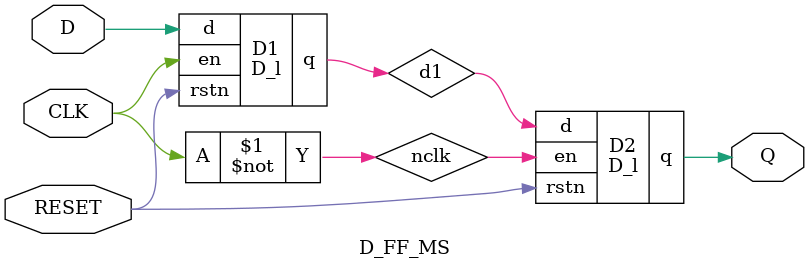
<source format=v>
module D_l(input d, input en, input rstn, output reg q);

always @(en, rstn,d)
if(rstn == 1)
    begin
        q<=1'b0;
    end
else 
    begin
        if(en == 1) q<= d;
    end

endmodule

module D_FF_MS (input D, input CLK, input RESET, output Q);

wire d1;
wire nclk;

not(nclk, CLK);

D_l D1(D,CLK, RESET, d1);
D_l D2(d1,nclk, RESET, Q);


endmodule
</source>
